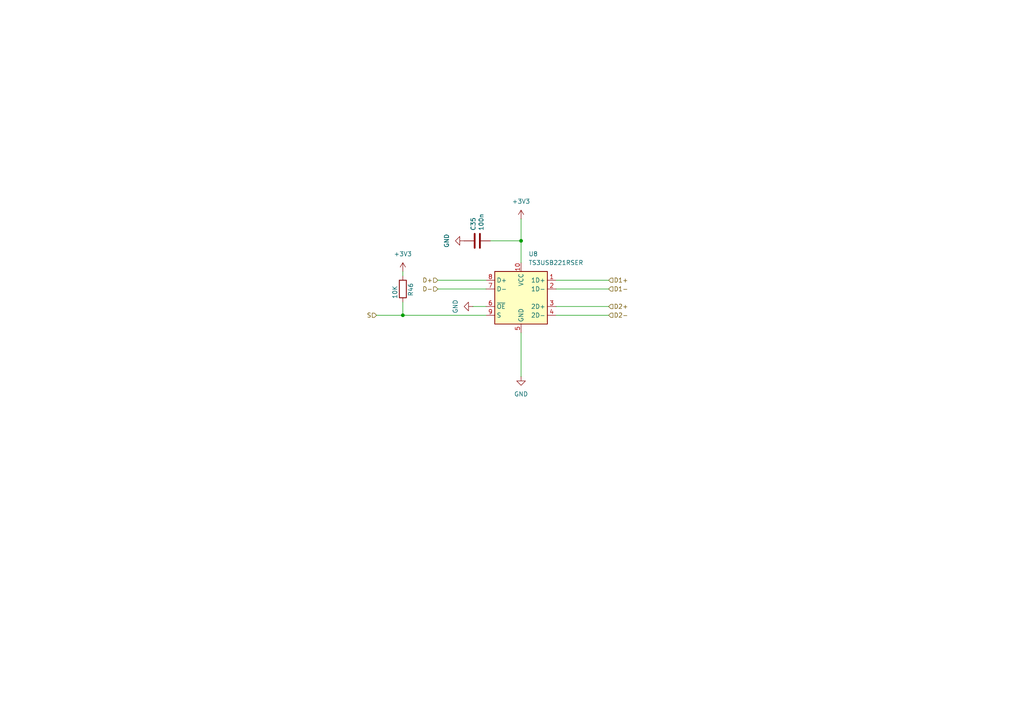
<source format=kicad_sch>
(kicad_sch (version 20250114) (generator "eeschema") (generator_version "9.0")
  (paper "A4")
  (title_block (title "MiniFRANK RM1") (date "2025-04-09") (rev "${VERSION}") (company "Mikhail Matveev") (comment 1 "https://github.com/xtremespb/frank"))
  (lib_symbols
    (symbol "Device:C" (pin_numbers (hide yes)) (pin_names (offset 0.254))
      (property "Reference" "C" (at 0.635 2.54 0))
      (property "Value" "C" (at 0.635 -2.54 0))
      (symbol "C_0_1"
        (polyline (pts (xy -2.032 0.762) (xy 2.032 0.762)) (stroke (width 0.508)))
        (polyline (pts (xy -2.032 -0.762) (xy 2.032 -0.762)) (stroke (width 0.508)))
      )
      (symbol "C_1_1"
        (pin passive line (at 0 3.81 270) (length 2.794) (name "~") (number "1"))
        (pin passive line (at 0 -3.81 90) (length 2.794) (name "~") (number "2"))
      )
    )
    (symbol "Device:R" (pin_numbers (hide yes)) (pin_names (offset 0))
      (property "Reference" "R" (at 2.032 0 90))
      (property "Value" "R" (at 0 0 90))
      (symbol "R_0_1"
        (rectangle (start -1.016 -2.54) (end 1.016 2.54) (stroke (width 0.254)))
      )
      (symbol "R_1_1"
        (pin passive line (at 0 3.81 270) (length 1.27) (name "~") (number "1"))
        (pin passive line (at 0 -3.81 90) (length 1.27) (name "~") (number "2"))
      )
    )
    (symbol "TS3USB221R:TS3USB221RSER"
      (property "Reference" "U" (at -6.35 8.89 0))
      (property "Value" "TS3USB221RSER" (at 8.89 8.89 0))
      (symbol "TS3USB221RSER_0_1"
        (rectangle (start 7.62 7.62) (end -7.62 -7.62) (stroke (width 0.254)) (fill (type background)))
      )
      (symbol "TS3USB221RSER_1_1"
        (pin bidirectional line (at -10.16 5.08 0) (length 2.54) (name "D+") (number "8"))
        (pin bidirectional line (at -10.16 2.54 0) (length 2.54) (name "D-") (number "7"))
        (pin input line (at -10.16 -2.54 0) (length 2.54) (name "~{OE}") (number "6"))
        (pin input line (at -10.16 -5.08 0) (length 2.54) (name "S") (number "9"))
        (pin power_in line (at 0 10.16 270) (length 2.54) (name "VCC") (number "10"))
        (pin power_in line (at 0 -10.16 90) (length 2.54) (name "GND") (number "5"))
        (pin bidirectional line (at 10.16 5.08 180) (length 2.54) (name "1D+") (number "1"))
        (pin bidirectional line (at 10.16 2.54 180) (length 2.54) (name "1D-") (number "2"))
        (pin bidirectional line (at 10.16 -2.54 180) (length 2.54) (name "2D+") (number "3"))
        (pin bidirectional line (at 10.16 -5.08 180) (length 2.54) (name "2D-") (number "4"))
      )
    )
    (symbol "power:+3V3" (power) (pin_numbers (hide yes)) (pin_names (offset 0) (hide yes))
      (property "Value" "+3V3" (at 0 3.556 0))
      (symbol "+3V3_0_1"
        (polyline (pts (xy -0.762 1.27) (xy 0 2.54)))
        (polyline (pts (xy 0 2.54) (xy 0.762 1.27)))
        (polyline (pts (xy 0 0) (xy 0 2.54)))
      )
      (symbol "+3V3_1_1"
        (pin power_in line (at 0 0 90) (length 0) (name "~") (number "1"))
      )
    )
    (symbol "power:GND" (power) (pin_numbers (hide yes)) (pin_names (offset 0) (hide yes))
      (property "Value" "GND" (at 0 -3.81 0))
      (symbol "GND_0_1"
        (polyline (pts (xy 0 0) (xy 0 -1.27) (xy 1.27 -1.27) (xy 0 -2.54) (xy -1.27 -1.27) (xy 0 -1.27)))
      )
      (symbol "GND_1_1"
        (pin power_in line (at 0 0 270) (length 0) (name "~") (number "1"))
      )
    )
  )
  (junction (at 116.84 91.44))
  (junction (at 151.13 69.85))
  (wire (pts (xy 127 83.82) (xy 140.97 83.82)))
  (wire (pts (xy 151.13 63.5) (xy 151.13 69.85)))
  (wire (pts (xy 116.84 91.44) (xy 140.97 91.44)))
  (wire (pts (xy 151.13 96.52) (xy 151.13 109.22)))
  (wire (pts (xy 161.29 88.9) (xy 176.53 88.9)))
  (wire (pts (xy 142.24 69.85) (xy 151.13 69.85)))
  (wire (pts (xy 116.84 91.44) (xy 116.84 87.63)))
  (wire (pts (xy 137.16 88.9) (xy 140.97 88.9)))
  (wire (pts (xy 151.13 69.85) (xy 151.13 76.2)))
  (wire (pts (xy 109.22 91.44) (xy 116.84 91.44)))
  (wire (pts (xy 116.84 80.01) (xy 116.84 78.74)))
  (wire (pts (xy 161.29 83.82) (xy 176.53 83.82)))
  (wire (pts (xy 161.29 81.28) (xy 176.53 81.28)))
  (wire (pts (xy 127 81.28) (xy 140.97 81.28)))
  (wire (pts (xy 161.29 91.44) (xy 176.53 91.44)))
  (hierarchical_label "S" (shape input) (at 109.22 91.44 180))
  (hierarchical_label "D2-" (shape input) (at 176.53 91.44 0))
  (hierarchical_label "D+" (shape input) (at 127 81.28 180))
  (hierarchical_label "D2+" (shape input) (at 176.53 88.9 0))
  (hierarchical_label "D-" (shape input) (at 127 83.82 180))
  (hierarchical_label "D1-" (shape input) (at 176.53 83.82 0))
  (hierarchical_label "D1+" (shape input) (at 176.53 81.28 0))
  (symbol (lib_id "TS3USB221R:TS3USB221RSER") (at 151.13 86.36 0) (unit 1)
    (property "Reference" "U8" (at 153.2733 73.66 0) (effects (justify left)))
    (property "Value" "TS3USB221RSER" (at 153.2733 76.2 0) (effects (justify left)))
    (property "Footprint" "FRANK:UQFN-10" (effects (hide yes)))
    (property "Datasheet" "https://www.ti.com/lit/gpn/ts3usb221" (effects (hide yes)))
    (property "Description" "High-Speed USB 2.0 1:2 Multiplexer/Demultiplexer Switch with Single Enable, UQFN-10" (effects (hide yes)))
  )
  (symbol (lib_id "power:GND") (at 137.16 88.9 270) (unit 1)
    (property "Reference" "#PWR083" (effects (hide yes)))
    (property "Value" "GND" (at 132.08 88.9 0))
    (property "Description" "Power symbol creates a global label with name \"GND\" , ground" (effects (hide yes)))
  )
  (symbol (lib_id "Device:C") (at 138.43 69.85 90) (unit 1)
    (property "Reference" "C35" (at 137.2616 66.929 0) (effects (justify left)))
    (property "Value" "100n" (at 139.573 66.929 0) (effects (justify left)))
    (property "Footprint" "FRANK:Capacitor (0805)" (effects (hide yes)))
    (property "Datasheet" "https://eu.mouser.com/datasheet/2/40/KGM_X7R-3223212.pdf" (effects (hide yes)))
    (property "AliExpress" "https://www.aliexpress.com/item/33008008276.html" (effects (hide yes)))
  )
  (symbol (lib_id "power:+3V3") (at 151.13 63.5 0) (unit 1)
    (property "Reference" "#PWR080" (effects (hide yes)))
    (property "Value" "+3V3" (at 151.13 58.42 0))
    (property "Description" "Power symbol creates a global label with name \"+3V3\"" (effects (hide yes)))
  )
  (symbol (lib_id "Device:R") (at 116.84 83.82 0) (unit 1)
    (property "Reference" "R46" (at 119.126 82.042 90) (effects (justify right)))
    (property "Value" "10K" (at 114.554 82.804 90) (effects (justify right)))
    (property "Footprint" "FRANK:Resistor (0805)" (effects (hide yes)))
    (property "Datasheet" "https://www.vishay.com/docs/28952/mcs0402at-mct0603at-mcu0805at-mca1206at.pdf" (effects (hide yes)))
    (property "AliExpress" "https://www.aliexpress.com/item/1005005945735199.html" (effects (hide yes)))
  )
  (symbol (lib_id "power:+3V3") (at 116.84 78.74 0) (unit 1)
    (property "Reference" "#PWR082" (effects (hide yes)))
    (property "Value" "+3V3" (at 116.84 73.66 0))
    (property "Description" "Power symbol creates a global label with name \"+3V3\"" (effects (hide yes)))
  )
  (symbol (lib_id "power:GND") (at 134.62 69.85 270) (unit 1)
    (property "Reference" "#PWR081" (effects (hide yes)))
    (property "Value" "GND" (at 129.54 69.85 0))
    (property "Description" "Power symbol creates a global label with name \"GND\" , ground" (effects (hide yes)))
  )
  (symbol (lib_id "power:GND") (at 151.13 109.22 0) (unit 1)
    (property "Reference" "#PWR084" (effects (hide yes)))
    (property "Value" "GND" (at 151.13 114.3 0))
    (property "Description" "Power symbol creates a global label with name \"GND\" , ground" (effects (hide yes)))
  )
)
</source>
